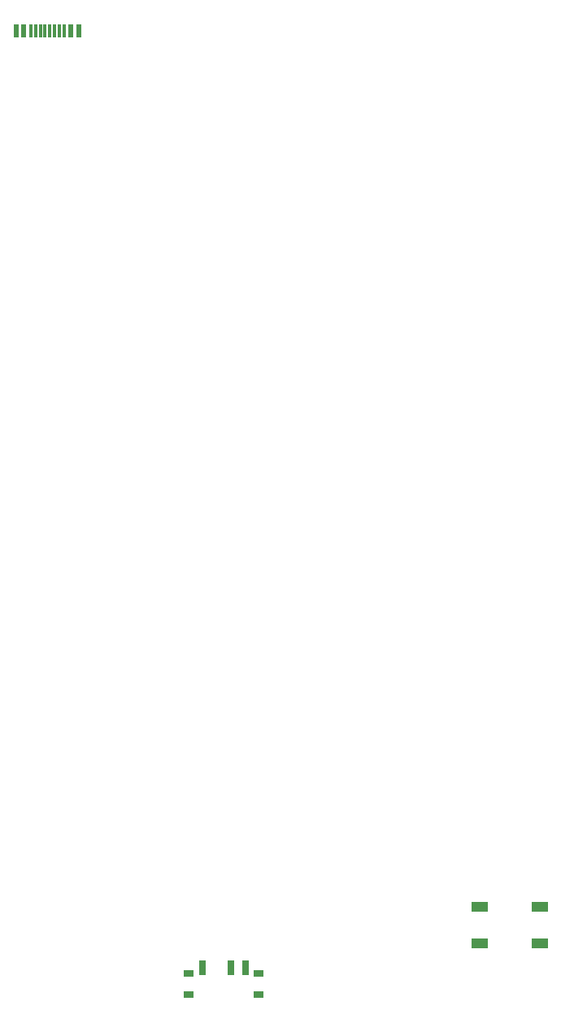
<source format=gbr>
%TF.GenerationSoftware,KiCad,Pcbnew,(5.1.10-1-10_14)*%
%TF.CreationDate,2021-05-29T20:47:56+07:00*%
%TF.ProjectId,geulis,6765756c-6973-42e6-9b69-6361645f7063,rev?*%
%TF.SameCoordinates,Original*%
%TF.FileFunction,Paste,Top*%
%TF.FilePolarity,Positive*%
%FSLAX46Y46*%
G04 Gerber Fmt 4.6, Leading zero omitted, Abs format (unit mm)*
G04 Created by KiCad (PCBNEW (5.1.10-1-10_14)) date 2021-05-29 20:47:56*
%MOMM*%
%LPD*%
G01*
G04 APERTURE LIST*
%ADD10R,0.600000X1.450000*%
%ADD11R,0.300000X1.450000*%
%ADD12R,1.700000X1.000000*%
%ADD13R,1.000000X0.800000*%
%ADD14R,0.700000X1.500000*%
G04 APERTURE END LIST*
D10*
%TO.C,J1*%
X188501809Y132008558D03*
X189301809Y132008558D03*
X194201809Y132008558D03*
X195001809Y132008558D03*
X195001809Y132008558D03*
X194201809Y132008558D03*
X189301809Y132008558D03*
X188501809Y132008558D03*
D11*
X193501809Y132008558D03*
X193001809Y132008558D03*
X192501809Y132008558D03*
X191501809Y132008558D03*
X191001809Y132008558D03*
X190501809Y132008558D03*
X190001809Y132008558D03*
X192001809Y132008558D03*
%TD*%
D12*
%TO.C,SW_RESET1*%
X243031809Y36938558D03*
X236731809Y36938558D03*
X243031809Y40738558D03*
X236731809Y40738558D03*
%TD*%
D13*
%TO.C,SW67*%
X206471809Y33788558D03*
X213771809Y33788558D03*
X213771809Y31578558D03*
X206471809Y31578558D03*
D14*
X212371809Y34438558D03*
X210871809Y34438558D03*
X207871809Y34438558D03*
%TD*%
M02*

</source>
